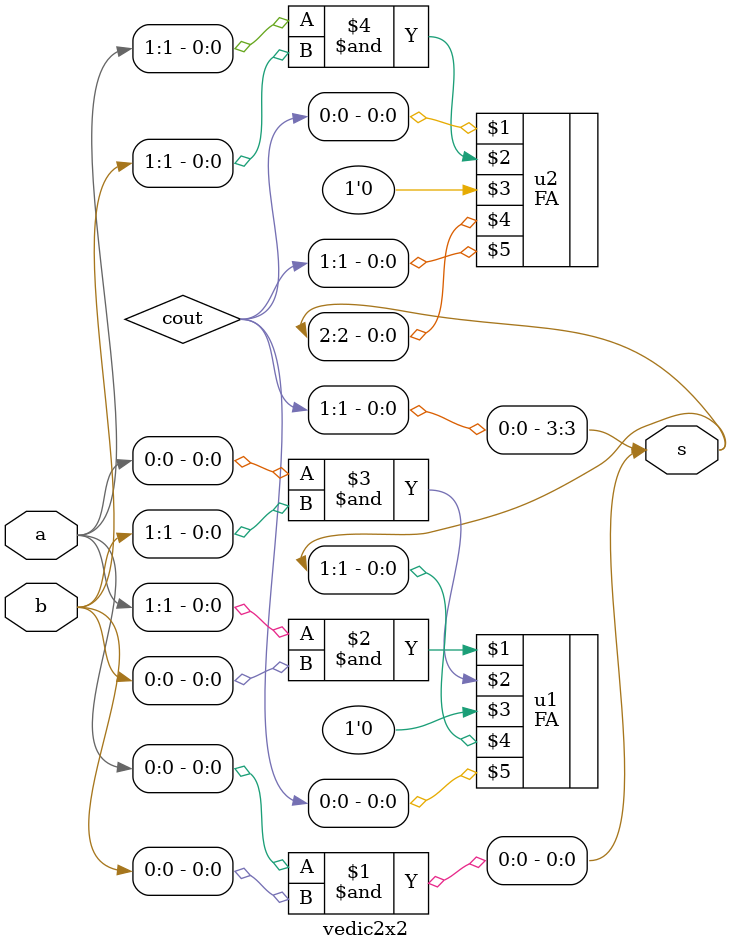
<source format=v>
module vedic2x2(
    input [1:0] a,b,
    output [3:0] s
);
 
wire [1:0] cout; 
assign s[0]=a[0] & b[0];

FA u1 (a[1]&b[0],a[0]&b[1],1'b0,s[1],cout[0]);
FA u2 (cout[0],a[1]&b[1],1'b0,s[2],cout[1]);

assign s[3]=cout[1];
endmodule
</source>
